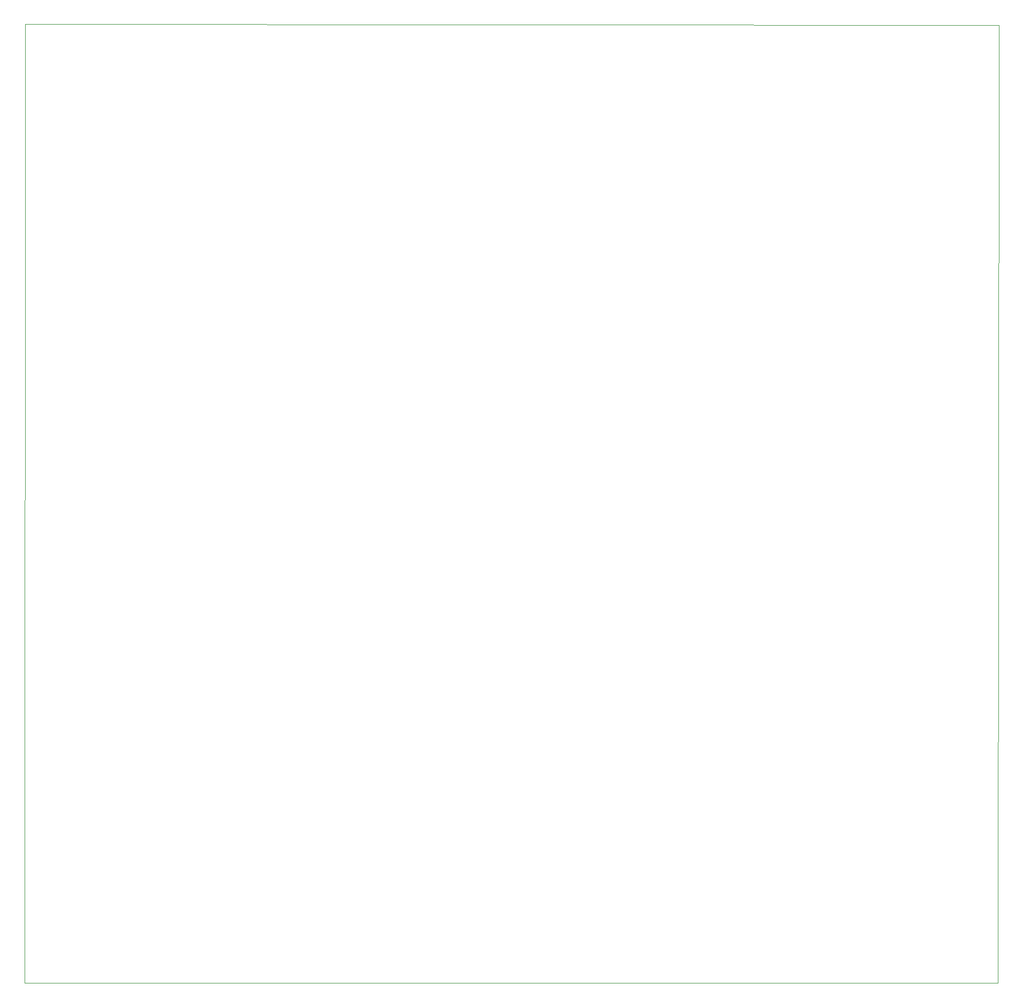
<source format=gbr>
G04 #@! TF.GenerationSoftware,KiCad,Pcbnew,(5.1.5)-3*
G04 #@! TF.CreationDate,2020-01-28T11:01:41+01:00*
G04 #@! TF.ProjectId,bandfilter,62616e64-6669-46c7-9465-722e6b696361,rev?*
G04 #@! TF.SameCoordinates,Original*
G04 #@! TF.FileFunction,Profile,NP*
%FSLAX46Y46*%
G04 Gerber Fmt 4.6, Leading zero omitted, Abs format (unit mm)*
G04 Created by KiCad (PCBNEW (5.1.5)-3) date 2020-01-28 11:01:41*
%MOMM*%
%LPD*%
G04 APERTURE LIST*
%ADD10C,0.050000*%
G04 APERTURE END LIST*
D10*
X233278680Y-172730160D02*
X79222600Y-172730160D01*
X79222600Y-172730160D02*
X79334360Y-21041360D01*
X233400600Y-21178520D02*
X233278680Y-172730160D01*
X79334360Y-21041360D02*
X233400600Y-21178520D01*
M02*

</source>
